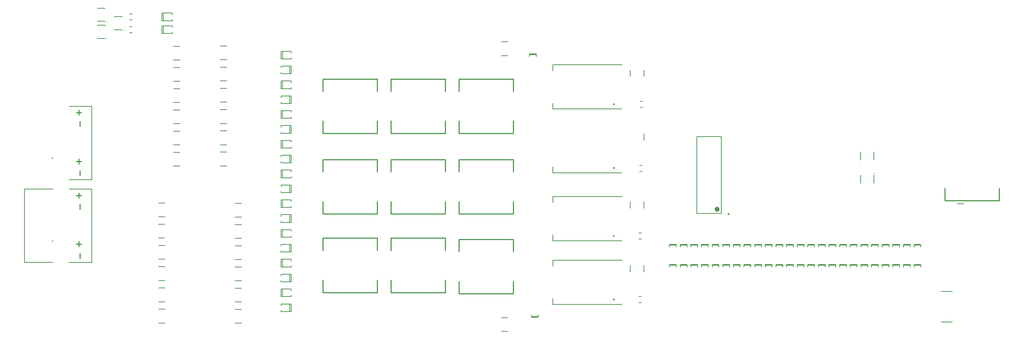
<source format=gto>
G04*
G04 #@! TF.GenerationSoftware,Altium Limited,Altium Designer,18.1.7 (191)*
G04*
G04 Layer_Color=65535*
%FSLAX44Y44*%
%MOMM*%
G71*
G01*
G75*
%ADD10C,0.2000*%
%ADD11C,0.2500*%
%ADD12C,0.6000*%
%ADD13C,0.2032*%
%ADD14C,0.1500*%
%ADD15C,0.2540*%
%ADD16C,0.1270*%
D10*
X2313500Y567000D02*
G03*
X2313500Y567000I-500J0D01*
G01*
X2281300Y593700D02*
G03*
X2281300Y593700I-500J0D01*
G01*
X549500Y904000D02*
G03*
X549500Y904000I-500J0D01*
G01*
X381358Y602207D02*
G03*
X381358Y602207I-1000J0D01*
G01*
X509500Y884000D02*
G03*
X509500Y884000I-500J0D01*
G01*
Y924000D02*
G03*
X509500Y924000I-500J0D01*
G01*
X381358Y407207D02*
G03*
X381358Y407207I-1000J0D01*
G01*
X1507000Y228900D02*
X1523000D01*
X1507000Y227000D02*
X1523000D01*
Y233000D01*
X1507000Y227000D02*
Y233000D01*
X1502000Y846100D02*
X1518000D01*
X1502000Y848000D02*
X1518000D01*
X1502000Y842000D02*
Y848000D01*
X1518000Y842000D02*
Y848000D01*
X918000Y538999D02*
X942000D01*
X938500Y521500D02*
Y538000D01*
X918000Y521000D02*
X942000D01*
X918000Y535500D02*
Y538999D01*
Y521000D02*
Y524500D01*
X942000Y521000D02*
Y539000D01*
X918000Y836001D02*
X942000D01*
X921500Y837000D02*
Y853500D01*
X918000Y854000D02*
X942000D01*
Y836001D02*
Y839500D01*
Y850500D02*
Y854000D01*
X918000Y836000D02*
Y854000D01*
Y486001D02*
X942000D01*
X921500Y487000D02*
Y503500D01*
X918000Y504000D02*
X942000D01*
Y486001D02*
Y489500D01*
Y500500D02*
Y504000D01*
X918000Y486000D02*
Y504000D01*
Y818999D02*
X942000D01*
X938500Y801500D02*
Y818000D01*
X918000Y801000D02*
X942000D01*
X918000Y815500D02*
Y818999D01*
Y801000D02*
Y804500D01*
X942000Y801000D02*
Y819000D01*
X918000Y468999D02*
X942000D01*
X938500Y451500D02*
Y468000D01*
X918000Y451000D02*
X942000D01*
X918000Y465500D02*
Y468999D01*
Y451000D02*
Y454500D01*
X942000Y451000D02*
Y469000D01*
X918000Y766001D02*
X942000D01*
X921500Y767000D02*
Y783500D01*
X918000Y784000D02*
X942000D01*
Y766001D02*
Y769500D01*
Y780500D02*
Y784000D01*
X918000Y766000D02*
Y784000D01*
Y416001D02*
X942000D01*
X921500Y417000D02*
Y433500D01*
X918000Y434000D02*
X942000D01*
Y416001D02*
Y419500D01*
Y430500D02*
Y434000D01*
X918000Y416000D02*
Y434000D01*
X918000Y748999D02*
X942000D01*
X938500Y731500D02*
Y748000D01*
X918000Y731000D02*
X942000D01*
X918000Y745500D02*
Y748999D01*
Y731000D02*
Y734500D01*
X942000Y731000D02*
Y749000D01*
X918000Y398999D02*
X942000D01*
X938500Y381500D02*
Y398000D01*
X918000Y381000D02*
X942000D01*
X918000Y395500D02*
Y398999D01*
Y381000D02*
Y384500D01*
X942000Y381000D02*
Y399000D01*
X918000Y696001D02*
X942000D01*
X921500Y697000D02*
Y713500D01*
X918000Y714000D02*
X942000D01*
Y696001D02*
Y699500D01*
Y710500D02*
Y714000D01*
X918000Y696000D02*
Y714000D01*
Y346001D02*
X942000D01*
X921500Y347000D02*
Y363500D01*
X918000Y364000D02*
X942000D01*
Y346001D02*
Y349500D01*
Y360500D02*
Y364000D01*
X918000Y346000D02*
Y364000D01*
Y678999D02*
X942000D01*
X938500Y661500D02*
Y678000D01*
X918000Y661000D02*
X942000D01*
X918000Y675500D02*
Y678999D01*
Y661000D02*
Y664500D01*
X942000Y661000D02*
Y679000D01*
X918000Y328999D02*
X942000D01*
X938500Y311500D02*
Y328000D01*
X918000Y311000D02*
X942000D01*
X918000Y325500D02*
Y328999D01*
Y311000D02*
Y314500D01*
X942000Y311000D02*
Y329000D01*
X918000Y626001D02*
X942000D01*
X921500Y627000D02*
Y643500D01*
X918000Y644000D02*
X942000D01*
Y626001D02*
Y629500D01*
Y640500D02*
Y644000D01*
X918000Y626000D02*
Y644000D01*
Y276001D02*
X942000D01*
X921500Y277000D02*
Y293500D01*
X918000Y294000D02*
X942000D01*
Y276001D02*
Y279500D01*
Y290500D02*
Y294000D01*
X918000Y276000D02*
Y294000D01*
Y608999D02*
X942000D01*
X938500Y591500D02*
Y608000D01*
X918000Y591000D02*
X942000D01*
X918000Y605500D02*
Y608999D01*
Y591000D02*
Y594500D01*
X942000Y591000D02*
Y609000D01*
X918000Y258999D02*
X942000D01*
X938500Y241500D02*
Y258000D01*
X918000Y241000D02*
X942000D01*
X918000Y255500D02*
Y258999D01*
Y241000D02*
Y244500D01*
X942000Y241000D02*
Y259000D01*
X918000Y556001D02*
X942000D01*
X921500Y557000D02*
Y573500D01*
X918000Y574000D02*
X942000D01*
Y556001D02*
Y559500D01*
Y570500D02*
Y574000D01*
X918000Y556000D02*
Y574000D01*
X562000Y942000D02*
X568000D01*
X562000Y928000D02*
X568000D01*
X562000Y912000D02*
X568000D01*
X562000Y898000D02*
X568000D01*
X638000Y926001D02*
X662000D01*
X641500Y927000D02*
Y943500D01*
X638000Y944000D02*
X662000D01*
Y926001D02*
Y929500D01*
Y940500D02*
Y944000D01*
X638000Y926000D02*
Y944000D01*
X1771500Y645000D02*
Y660000D01*
X2509000Y494500D02*
X2524000D01*
X665000Y616000D02*
X680000D01*
X665000Y583500D02*
X680000D01*
X638000Y896001D02*
X662000D01*
X641500Y897000D02*
Y913500D01*
X638000Y914000D02*
X662000D01*
Y896001D02*
Y899500D01*
Y910500D02*
Y914000D01*
X638000Y896000D02*
Y914000D01*
X775000Y866500D02*
X790000D01*
X775000Y834000D02*
X790000D01*
X665000Y833500D02*
X680000D01*
X665000Y866000D02*
X680000D01*
X810000Y213500D02*
X825000D01*
X810000Y246000D02*
X825000D01*
X630000Y246500D02*
X645000D01*
X630000Y214000D02*
X645000D01*
X810000Y463500D02*
X825000D01*
X810000Y496000D02*
X825000D01*
X810000Y413500D02*
X825000D01*
X810000Y446000D02*
X825000D01*
X810000Y363500D02*
X825000D01*
X810000Y396000D02*
X825000D01*
X810000Y313500D02*
X825000D01*
X810000Y346000D02*
X825000D01*
X810000Y263500D02*
X825000D01*
X810000Y296000D02*
X825000D01*
X630000Y496500D02*
X645000D01*
X630000Y464000D02*
X645000D01*
X629000Y446500D02*
X644000D01*
X629000Y414000D02*
X644000D01*
X630000Y396500D02*
X645000D01*
X630000Y364000D02*
X645000D01*
X630000Y346500D02*
X645000D01*
X630000Y314000D02*
X645000D01*
X630000Y296500D02*
X645000D01*
X630000Y264000D02*
X645000D01*
X775000Y616500D02*
X790000D01*
X775000Y584000D02*
X790000D01*
X775000Y666500D02*
X790000D01*
X775000Y634000D02*
X790000D01*
X775000Y716500D02*
X790000D01*
X775000Y684000D02*
X790000D01*
X775000Y766500D02*
X790000D01*
X775000Y734000D02*
X790000D01*
X775000Y816500D02*
X790000D01*
X775000Y784000D02*
X790000D01*
X665000Y783500D02*
X680000D01*
X665000Y816000D02*
X680000D01*
X665000Y733500D02*
X680000D01*
X665000Y766000D02*
X680000D01*
X665000Y683500D02*
X680000D01*
X665000Y716000D02*
X680000D01*
X665000Y633500D02*
X680000D01*
X665000Y666000D02*
X680000D01*
X2407000Y350100D02*
X2423000D01*
X2407000Y352000D02*
X2423000D01*
X2407000Y346000D02*
Y352000D01*
X2423000Y346000D02*
Y352000D01*
X2382000Y350100D02*
X2398000D01*
X2382000Y352000D02*
X2398000D01*
X2382000Y346000D02*
Y352000D01*
X2398000Y346000D02*
Y352000D01*
X2357000Y350100D02*
X2373000D01*
X2357000Y352000D02*
X2373000D01*
X2357000Y346000D02*
Y352000D01*
X2373000Y346000D02*
Y352000D01*
X2332000Y350100D02*
X2348000D01*
X2332000Y352000D02*
X2348000D01*
X2332000Y346000D02*
Y352000D01*
X2348000Y346000D02*
Y352000D01*
X2407000Y397100D02*
X2423000D01*
X2407000Y399000D02*
X2423000D01*
X2407000Y393000D02*
Y399000D01*
X2423000Y393000D02*
Y399000D01*
X2382000Y397100D02*
X2398000D01*
X2382000Y399000D02*
X2398000D01*
X2382000Y393000D02*
Y399000D01*
X2398000Y393000D02*
Y399000D01*
X2357000Y397100D02*
X2373000D01*
X2357000Y399000D02*
X2373000D01*
X2357000Y393000D02*
Y399000D01*
X2373000Y393000D02*
Y399000D01*
X2332000Y397100D02*
X2348000D01*
X2332000Y399000D02*
X2348000D01*
X2332000Y393000D02*
Y399000D01*
X2348000Y393000D02*
Y399000D01*
X2307000Y350100D02*
X2323000D01*
X2307000Y352000D02*
X2323000D01*
X2307000Y346000D02*
Y352000D01*
X2323000Y346000D02*
Y352000D01*
X2282000Y350100D02*
X2298000D01*
X2282000Y352000D02*
X2298000D01*
X2282000Y346000D02*
Y352000D01*
X2298000Y346000D02*
Y352000D01*
X2257000Y350100D02*
X2273000D01*
X2257000Y352000D02*
X2273000D01*
X2257000Y346000D02*
Y352000D01*
X2273000Y346000D02*
Y352000D01*
X2232000Y350100D02*
X2248000D01*
X2232000Y352000D02*
X2248000D01*
X2232000Y346000D02*
Y352000D01*
X2248000Y346000D02*
Y352000D01*
X2207000Y350100D02*
X2223000D01*
X2207000Y352000D02*
X2223000D01*
X2207000Y346000D02*
Y352000D01*
X2223000Y346000D02*
Y352000D01*
X2182000Y350100D02*
X2198000D01*
X2182000Y352000D02*
X2198000D01*
X2182000Y346000D02*
Y352000D01*
X2198000Y346000D02*
Y352000D01*
X2157000Y350100D02*
X2173000D01*
X2157000Y352000D02*
X2173000D01*
X2157000Y346000D02*
Y352000D01*
X2173000Y346000D02*
Y352000D01*
X2132000Y350100D02*
X2148000D01*
X2132000Y352000D02*
X2148000D01*
X2132000Y346000D02*
Y352000D01*
X2148000Y346000D02*
Y352000D01*
X2107000Y350100D02*
X2123000D01*
X2107000Y352000D02*
X2123000D01*
X2107000Y346000D02*
Y352000D01*
X2123000Y346000D02*
Y352000D01*
X2082000Y350100D02*
X2098000D01*
X2082000Y352000D02*
X2098000D01*
X2082000Y346000D02*
Y352000D01*
X2098000Y346000D02*
Y352000D01*
X2307000Y397100D02*
X2323000D01*
X2307000Y399000D02*
X2323000D01*
X2307000Y393000D02*
Y399000D01*
X2323000Y393000D02*
Y399000D01*
X2282000Y397100D02*
X2298000D01*
X2282000Y399000D02*
X2298000D01*
X2282000Y393000D02*
Y399000D01*
X2298000Y393000D02*
Y399000D01*
X2257000Y397100D02*
X2273000D01*
X2257000Y399000D02*
X2273000D01*
X2257000Y393000D02*
Y399000D01*
X2273000Y393000D02*
Y399000D01*
X2232000Y397100D02*
X2248000D01*
X2232000Y399000D02*
X2248000D01*
X2232000Y393000D02*
Y399000D01*
X2248000Y393000D02*
Y399000D01*
X2207000Y397100D02*
X2223000D01*
X2207000Y399000D02*
X2223000D01*
X2207000Y393000D02*
Y399000D01*
X2223000Y393000D02*
Y399000D01*
X2182000Y397100D02*
X2198000D01*
X2182000Y399000D02*
X2198000D01*
X2182000Y393000D02*
Y399000D01*
X2198000Y393000D02*
Y399000D01*
X2157000Y397100D02*
X2173000D01*
X2157000Y399000D02*
X2173000D01*
X2157000Y393000D02*
Y399000D01*
X2173000Y393000D02*
Y399000D01*
X2132000Y397100D02*
X2148000D01*
X2132000Y399000D02*
X2148000D01*
X2132000Y393000D02*
Y399000D01*
X2148000Y393000D02*
Y399000D01*
X2107000Y397100D02*
X2123000D01*
X2107000Y399000D02*
X2123000D01*
X2107000Y393000D02*
Y399000D01*
X2123000Y393000D02*
Y399000D01*
X2082000Y397100D02*
X2098000D01*
X2082000Y399000D02*
X2098000D01*
X2082000Y393000D02*
Y399000D01*
X2098000Y393000D02*
Y399000D01*
X1882000Y350100D02*
X1898000D01*
X1882000Y352000D02*
X1898000D01*
X1882000Y346000D02*
Y352000D01*
X1898000Y346000D02*
Y352000D01*
X1932000Y397100D02*
X1948000D01*
X1932000Y399000D02*
X1948000D01*
X1932000Y393000D02*
Y399000D01*
X1948000Y393000D02*
Y399000D01*
X2032000Y397100D02*
X2048000D01*
X2032000Y399000D02*
X2048000D01*
X2032000Y393000D02*
Y399000D01*
X2048000Y393000D02*
Y399000D01*
X1982000Y350100D02*
X1998000D01*
X1982000Y352000D02*
X1998000D01*
X1982000Y346000D02*
Y352000D01*
X1998000Y346000D02*
Y352000D01*
X1957000Y350100D02*
X1973000D01*
X1957000Y352000D02*
X1973000D01*
X1957000Y346000D02*
Y352000D01*
X1973000Y346000D02*
Y352000D01*
X1882000Y397100D02*
X1898000D01*
X1882000Y399000D02*
X1898000D01*
X1882000Y393000D02*
Y399000D01*
X1898000Y393000D02*
Y399000D01*
X1982000Y397100D02*
X1998000D01*
X1982000Y399000D02*
X1998000D01*
X1982000Y393000D02*
Y399000D01*
X1998000Y393000D02*
Y399000D01*
X1907000Y350100D02*
X1923000D01*
X1907000Y352000D02*
X1923000D01*
X1907000Y346000D02*
Y352000D01*
X1923000Y346000D02*
Y352000D01*
X1957000Y397100D02*
X1973000D01*
X1957000Y399000D02*
X1973000D01*
X1957000Y393000D02*
Y399000D01*
X1973000Y393000D02*
Y399000D01*
X1857000Y350100D02*
X1873000D01*
X1857000Y352000D02*
X1873000D01*
X1857000Y346000D02*
Y352000D01*
X1873000Y346000D02*
Y352000D01*
X1832000Y350100D02*
X1848000D01*
X1832000Y352000D02*
X1848000D01*
X1832000Y346000D02*
Y352000D01*
X1848000Y346000D02*
Y352000D01*
X1932000Y350100D02*
X1948000D01*
X1932000Y352000D02*
X1948000D01*
X1932000Y346000D02*
Y352000D01*
X1948000Y346000D02*
Y352000D01*
X2032000Y350100D02*
X2048000D01*
X2032000Y352000D02*
X2048000D01*
X2032000Y346000D02*
Y352000D01*
X2048000Y346000D02*
Y352000D01*
X2057000Y397100D02*
X2073000D01*
X2057000Y399000D02*
X2073000D01*
X2057000Y393000D02*
Y399000D01*
X2073000Y393000D02*
Y399000D01*
X1907000Y397100D02*
X1923000D01*
X1907000Y399000D02*
X1923000D01*
X1907000Y393000D02*
Y399000D01*
X1923000Y393000D02*
Y399000D01*
X1857000Y397100D02*
X1873000D01*
X1857000Y399000D02*
X1873000D01*
X1857000Y393000D02*
Y399000D01*
X1873000Y393000D02*
Y399000D01*
X2057000Y350100D02*
X2073000D01*
X2057000Y352000D02*
X2073000D01*
X2057000Y346000D02*
Y352000D01*
X2073000Y346000D02*
Y352000D01*
X2007000Y397100D02*
X2023000D01*
X2007000Y399000D02*
X2023000D01*
X2007000Y393000D02*
Y399000D01*
X2023000Y393000D02*
Y399000D01*
X2007000Y350100D02*
X2023000D01*
X2007000Y352000D02*
X2023000D01*
X2007000Y346000D02*
Y352000D01*
X2023000Y346000D02*
Y352000D01*
X1832000Y397100D02*
X1848000D01*
X1832000Y399000D02*
X1848000D01*
X1832000Y393000D02*
Y399000D01*
X1848000Y393000D02*
Y399000D01*
X1771500Y335000D02*
Y350000D01*
X1739000Y335000D02*
Y350000D01*
X1771500Y795000D02*
Y810000D01*
X1739000Y795000D02*
Y810000D01*
X1771500Y485000D02*
Y500000D01*
X1739000Y485000D02*
Y500000D01*
X1436000Y226500D02*
X1451000D01*
X1436000Y194000D02*
X1451000D01*
X1436000Y876500D02*
X1451000D01*
X1436000Y844000D02*
X1451000D01*
X1761000Y571000D02*
X1767000D01*
X1761000Y585000D02*
X1767000D01*
X1760000Y412000D02*
X1766000D01*
X1760000Y426000D02*
X1766000D01*
X1760000Y262000D02*
X1766000D01*
X1760000Y276000D02*
X1766000D01*
X1557450Y567930D02*
X1720150D01*
X1557450D02*
Y581900D01*
X1763000Y722000D02*
X1769000D01*
X1763000Y736000D02*
X1769000D01*
X1557450Y498100D02*
Y512070D01*
X1720150D01*
X1557450Y407930D02*
X1720150D01*
X1557450D02*
Y421900D01*
X1557450Y348100D02*
Y362070D01*
X1720150D01*
X1557450Y257930D02*
X1720150D01*
X1557450D02*
Y271900D01*
Y808100D02*
Y822070D01*
X1720150D01*
X1557450Y717930D02*
X1720150D01*
X1557450D02*
Y731900D01*
X1953782Y471946D02*
Y652946D01*
X1895782Y471946D02*
Y652946D01*
Y471946D02*
X1953782D01*
X1895782Y652946D02*
X1953782D01*
D11*
X1702210Y579360D02*
G03*
X1702210Y579360I-1250J0D01*
G01*
X1702210Y419360D02*
G03*
X1702210Y419360I-1250J0D01*
G01*
X1702210Y269360D02*
G03*
X1702210Y269360I-1250J0D01*
G01*
Y729360D02*
G03*
X1702210Y729360I-1250J0D01*
G01*
X1972032Y470896D02*
G03*
X1972032Y470896I-1250J0D01*
G01*
D12*
X1946782Y481946D02*
G03*
X1946782Y481946I-3000J0D01*
G01*
D13*
X2471000Y216500D02*
X2497000D01*
X2471000Y288500D02*
X2497000D01*
D14*
X2281500Y544000D02*
Y562000D01*
X2312500Y544000D02*
Y562000D01*
X2312000Y544000D02*
X2312500D01*
X2312000Y562000D02*
X2312500D01*
X2281500Y544000D02*
X2282000D01*
X2281500Y562000D02*
X2282000D01*
X2312300Y598700D02*
Y616700D01*
X2281300Y598700D02*
Y616700D01*
X2281800D01*
X2281300Y598700D02*
X2281800D01*
X2311800Y616700D02*
X2312300D01*
X2311800Y598700D02*
X2312300D01*
X544000Y935000D02*
Y935500D01*
X526000Y935000D02*
Y935500D01*
X544000Y904500D02*
Y905000D01*
X526000Y904500D02*
Y905000D01*
Y904500D02*
X544000D01*
X526000Y935500D02*
X544000D01*
X504000Y915000D02*
Y915500D01*
X486000Y915000D02*
Y915500D01*
X504000Y884500D02*
Y885000D01*
X486000Y884500D02*
Y885000D01*
Y884500D02*
X504000D01*
X486000Y915500D02*
X504000D01*
Y955000D02*
Y955500D01*
X486000Y955000D02*
Y955500D01*
X504000Y924500D02*
Y925000D01*
X486000Y924500D02*
Y925000D01*
Y924500D02*
X504000D01*
X486000Y955500D02*
X504000D01*
D15*
X1304000Y471000D02*
Y500000D01*
X1176000Y471000D02*
X1304000D01*
X1176000D02*
Y500000D01*
X1304000Y570000D02*
Y599000D01*
X1176000D02*
X1304000D01*
X1176000Y570000D02*
Y599000D01*
X1304000Y661000D02*
Y690000D01*
X1176000Y661000D02*
X1304000D01*
X1176000D02*
Y690000D01*
X1304000Y760000D02*
Y789000D01*
X1176000D02*
X1304000D01*
X1176000Y760000D02*
Y789000D01*
X2479000Y502000D02*
Y531000D01*
Y502000D02*
X2607000D01*
Y531000D01*
X1016000Y760000D02*
Y789000D01*
X1144000D01*
Y760000D02*
Y789000D01*
X1016000Y661000D02*
Y690000D01*
Y661000D02*
X1144000D01*
Y690000D01*
X1176000Y385000D02*
Y414000D01*
X1304000D01*
Y385000D02*
Y414000D01*
X1176000Y286000D02*
Y315000D01*
Y286000D02*
X1304000D01*
Y315000D01*
X1016000Y385000D02*
Y414000D01*
X1144000D01*
Y385000D02*
Y414000D01*
X1016000Y286000D02*
Y315000D01*
Y286000D02*
X1144000D01*
Y315000D01*
X1016000Y570000D02*
Y599000D01*
X1144000D01*
Y570000D02*
Y599000D01*
X1016000Y471000D02*
Y500000D01*
Y471000D02*
X1144000D01*
Y500000D01*
X1336000Y760000D02*
Y789000D01*
X1464000D01*
Y760000D02*
Y789000D01*
X1336000Y661000D02*
Y690000D01*
Y661000D02*
X1464000D01*
Y690000D01*
X1336000Y570000D02*
Y599000D01*
X1464000D01*
Y570000D02*
Y599000D01*
X1336000Y471000D02*
Y500000D01*
Y471000D02*
X1464000D01*
Y500000D01*
X1336000Y381998D02*
Y410998D01*
X1464000D01*
Y381998D02*
Y410998D01*
X1336000Y282998D02*
Y311998D01*
Y282998D02*
X1464000D01*
Y311998D01*
X442655Y715398D02*
Y703532D01*
X448588Y709465D02*
X436722D01*
X442594Y600937D02*
Y589085D01*
X448520Y595011D02*
X436668D01*
X445162Y688629D02*
Y676771D01*
X445156Y572980D02*
Y561123D01*
X442655Y520398D02*
Y508532D01*
X448588Y514465D02*
X436722D01*
X442594Y405937D02*
Y394086D01*
X448520Y400011D02*
X436668D01*
X445162Y493629D02*
Y481771D01*
X445156Y377980D02*
Y366124D01*
D16*
X419648Y551417D02*
X472348D01*
Y724117D01*
X419648D02*
X472348D01*
X314848Y356418D02*
X381708D01*
X314848D02*
Y529118D01*
X381708D01*
X419648Y356418D02*
X472348D01*
Y529118D01*
X419648D02*
X472348D01*
M02*

</source>
